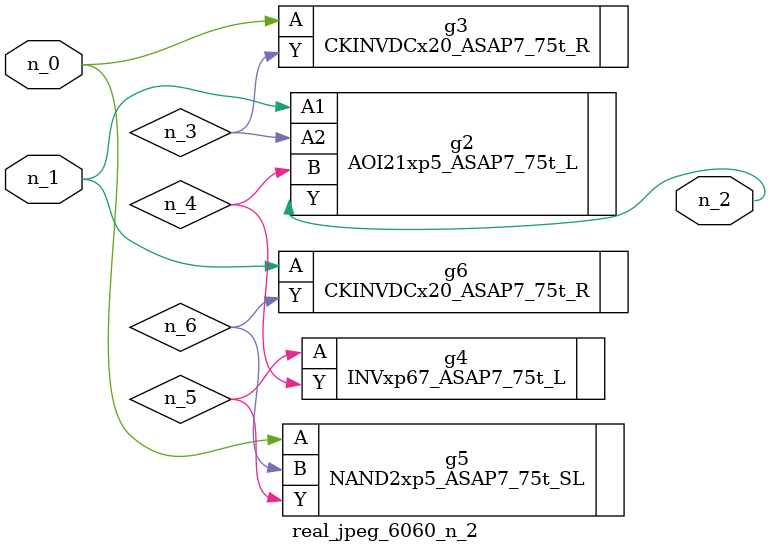
<source format=v>
module real_jpeg_6060_n_2 (n_1, n_0, n_2);

input n_1;
input n_0;

output n_2;

wire n_5;
wire n_4;
wire n_6;
wire n_3;

CKINVDCx20_ASAP7_75t_R g3 ( 
.A(n_0),
.Y(n_3)
);

NAND2xp5_ASAP7_75t_SL g5 ( 
.A(n_0),
.B(n_6),
.Y(n_5)
);

AOI21xp5_ASAP7_75t_L g2 ( 
.A1(n_1),
.A2(n_3),
.B(n_4),
.Y(n_2)
);

CKINVDCx20_ASAP7_75t_R g6 ( 
.A(n_1),
.Y(n_6)
);

INVxp67_ASAP7_75t_L g4 ( 
.A(n_5),
.Y(n_4)
);


endmodule
</source>
